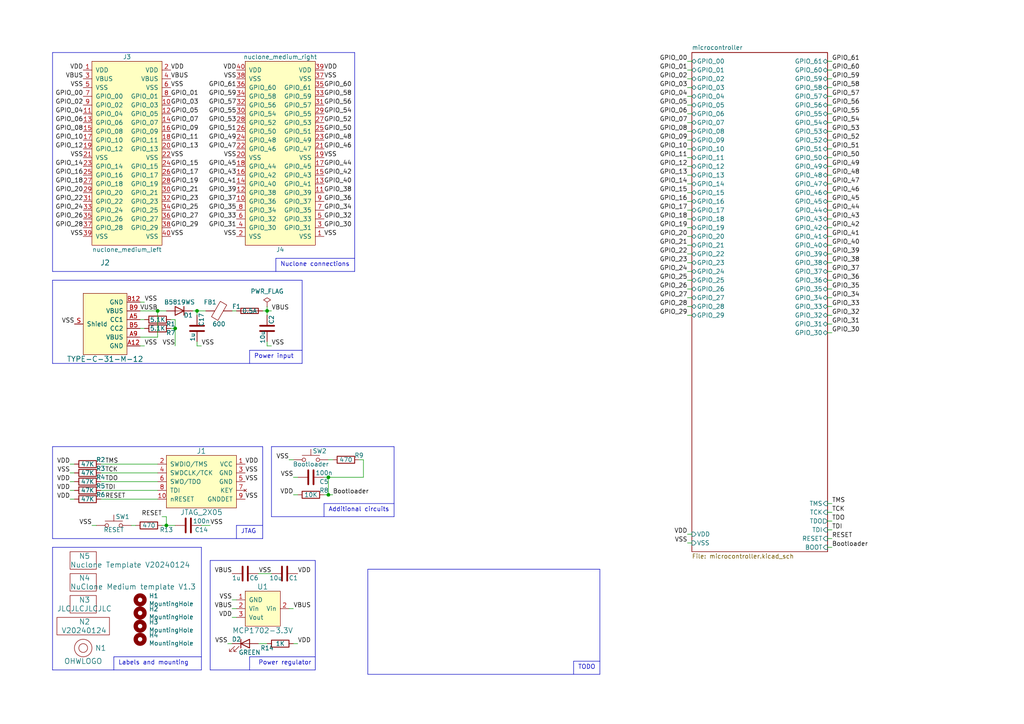
<source format=kicad_sch>
(kicad_sch (version 20230121) (generator eeschema)
  (paper "A4")
  (lib_symbols
    (symbol "Device:C" (pin_numbers hide) (pin_names (offset 0.254))
      (property "Reference" "C" (at 0.635 2.54 0))
      (property "Value" "C" (at 0.635 -2.54 0))
      (symbol "C_0_1"
        (polyline (pts (xy -2.032 -0.762) (xy 2.032 -0.762)) (stroke (width 0.508)))
        (polyline (pts (xy -2.032 0.762) (xy 2.032 0.762)) (stroke (width 0.508)))
      )
      (symbol "C_1_1"
        (pin passive line (at 0 3.81 270) (length 2.794) (name "~") (number "1"))
        (pin passive line (at 0 -3.81 90) (length 2.794) (name "~") (number "2"))
      )
    )
    (symbol "Device:D" (pin_numbers hide) (pin_names (offset 1.016) hide)
      (property "Reference" "D" (at 0 2.54 0))
      (property "Value" "D" (at 0 -2.54 0))
      (symbol "D_0_1"
        (polyline (pts (xy -1.27 1.27) (xy -1.27 -1.27)) (stroke (width 0.254)))
        (polyline (pts (xy 1.27 0) (xy -1.27 0)))
        (polyline (pts (xy 1.27 1.27) (xy 1.27 -1.27) (xy -1.27 0) (xy 1.27 1.27)) (stroke (width 0.254)))
      )
      (symbol "D_1_1"
        (pin passive line (at -3.81 0 0) (length 2.54) (name "K") (number "1"))
        (pin passive line (at 3.81 0 180) (length 2.54) (name "A") (number "2"))
      )
    )
    (symbol "Device:FerriteBead" (pin_numbers hide) (pin_names (offset 0))
      (property "Reference" "FB" (at -3.81 0.635 90))
      (property "Value" "FerriteBead" (at 3.81 0 90))
      (symbol "FerriteBead_0_1"
        (polyline (pts (xy 0 -1.27) (xy 0 -1.2192)))
        (polyline (pts (xy 0 1.27) (xy 0 1.2954)))
        (polyline (pts (xy -2.7686 0.4064) (xy -1.7018 2.2606) (xy 2.7686 -0.3048) (xy 1.6764 -2.159) (xy -2.7686 0.4064)))
      )
      (symbol "FerriteBead_1_1"
        (pin passive line (at 0 3.81 270) (length 2.54) (name "~") (number "1"))
        (pin passive line (at 0 -3.81 90) (length 2.54) (name "~") (number "2"))
      )
    )
    (symbol "Device:Fuse" (pin_numbers hide) (pin_names (offset 0))
      (property "Reference" "F" (at 2.032 0 90))
      (property "Value" "Fuse" (at -1.905 0 90))
      (symbol "Fuse_0_1"
        (rectangle (start -0.762 -2.54) (end 0.762 2.54) (stroke (width 0.254)))
        (polyline (pts (xy 0 2.54) (xy 0 -2.54)))
      )
      (symbol "Fuse_1_1"
        (pin passive line (at 0 3.81 270) (length 1.27) (name "~") (number "1"))
        (pin passive line (at 0 -3.81 90) (length 1.27) (name "~") (number "2"))
      )
    )
    (symbol "Device:LED" (pin_numbers hide) (pin_names (offset 1.016) hide)
      (property "Reference" "D" (at 0 2.54 0))
      (property "Value" "LED" (at 0 -2.54 0))
      (symbol "LED_0_1"
        (polyline (pts (xy -1.27 -1.27) (xy -1.27 1.27)) (stroke (width 0.254)))
        (polyline (pts (xy -1.27 0) (xy 1.27 0)))
        (polyline (pts (xy 1.27 -1.27) (xy 1.27 1.27) (xy -1.27 0) (xy 1.27 -1.27)) (stroke (width 0.254)))
        (polyline (pts (xy -3.048 -0.762) (xy -4.572 -2.286) (xy -3.81 -2.286) (xy -4.572 -2.286) (xy -4.572 -1.524)))
        (polyline (pts (xy -1.778 -0.762) (xy -3.302 -2.286) (xy -2.54 -2.286) (xy -3.302 -2.286) (xy -3.302 -1.524)))
      )
      (symbol "LED_1_1"
        (pin passive line (at -3.81 0 0) (length 2.54) (name "K") (number "1"))
        (pin passive line (at 3.81 0 180) (length 2.54) (name "A") (number "2"))
      )
    )
    (symbol "Device:R" (pin_numbers hide) (pin_names (offset 0))
      (property "Reference" "R" (at 2.032 0 90))
      (property "Value" "R" (at 0 0 90))
      (symbol "R_0_1"
        (rectangle (start -1.016 -2.54) (end 1.016 2.54) (stroke (width 0.254)))
      )
      (symbol "R_1_1"
        (pin passive line (at 0 3.81 270) (length 1.27) (name "~") (number "1"))
        (pin passive line (at 0 -3.81 90) (length 1.27) (name "~") (number "2"))
      )
    )
    (symbol "Mechanical:MountingHole" (pin_names (offset 1.016))
      (property "Reference" "H" (at 0 5.08 0))
      (property "Value" "MountingHole" (at 0 3.175 0))
      (symbol "MountingHole_0_1"
        (circle (center 0 0) (radius 1.27) (stroke (width 1.27)))
      )
    )
    (symbol "SquantorConnectorsNamed:JTAG_2X05_IN" (pin_names (offset 1.016))
      (property "Reference" "J" (at 0 8.89 0))
      (property "Value" "JTAG_2X05_IN" (at 0 -8.89 0))
      (symbol "JTAG_2X05_IN_0_1"
        (rectangle (start -10.16 7.62) (end 10.16 -7.62) (fill (type background)))
      )
      (symbol "JTAG_2X05_IN_1_1"
        (pin power_in line (at 12.7 5.08 180) (length 2.54) (name "VCC") (number "1"))
        (pin open_collector line (at -12.7 -5.08 0) (length 2.54) (name "nRESET") (number "10"))
        (pin bidirectional line (at -12.7 5.08 0) (length 2.54) (name "SWDIO/TMS") (number "2"))
        (pin power_in line (at 12.7 2.54 180) (length 2.54) (name "GND") (number "3"))
        (pin output line (at -12.7 2.54 0) (length 2.54) (name "SWDCLK/TCK") (number "4"))
        (pin power_in line (at 12.7 0 180) (length 2.54) (name "GND") (number "5"))
        (pin output line (at -12.7 0 0) (length 2.54) (name "SWO/TDO") (number "6"))
        (pin no_connect line (at 12.7 -2.54 180) (length 2.54) (name "KEY") (number "7"))
        (pin input line (at -12.7 -2.54 0) (length 2.54) (name "TDI") (number "8"))
        (pin power_in line (at 12.7 -5.08 180) (length 2.54) (name "GNDDET") (number "9"))
      )
    )
    (symbol "SquantorConnectorsNamed:nuclone_medium_left" (pin_names (offset 1.016))
      (property "Reference" "J" (at 0 27.94 0))
      (property "Value" "nuclone_medium_left" (at 0 -27.94 0))
      (symbol "nuclone_medium_left_0_1"
        (rectangle (start -10.16 26.67) (end 10.16 -26.67) (fill (type background)))
      )
      (symbol "nuclone_medium_left_1_1"
        (pin power_in line (at -12.7 24.13 0) (length 2.54) (name "VDD") (number "1"))
        (pin bidirectional line (at 12.7 13.97 180) (length 2.54) (name "GPIO_03") (number "10"))
        (pin bidirectional line (at -12.7 11.43 0) (length 2.54) (name "GPIO_04") (number "11"))
        (pin bidirectional line (at 12.7 11.43 180) (length 2.54) (name "GPIO_05") (number "12"))
        (pin bidirectional line (at -12.7 8.89 0) (length 2.54) (name "GPIO_06") (number "13"))
        (pin bidirectional line (at 12.7 8.89 180) (length 2.54) (name "GPIO_07") (number "14"))
        (pin bidirectional line (at -12.7 6.35 0) (length 2.54) (name "GPIO_08") (number "15"))
        (pin bidirectional line (at 12.7 6.35 180) (length 2.54) (name "GPIO_09") (number "16"))
        (pin bidirectional line (at -12.7 3.81 0) (length 2.54) (name "GPIO_10") (number "17"))
        (pin bidirectional line (at 12.7 3.81 180) (length 2.54) (name "GPIO_11") (number "18"))
        (pin bidirectional line (at -12.7 1.27 0) (length 2.54) (name "GPIO_12") (number "19"))
        (pin power_in line (at 12.7 24.13 180) (length 2.54) (name "VDD") (number "2"))
        (pin bidirectional line (at 12.7 1.27 180) (length 2.54) (name "GPIO_13") (number "20"))
        (pin power_in line (at -12.7 -1.27 0) (length 2.54) (name "VSS") (number "21"))
        (pin power_in line (at 12.7 -1.27 180) (length 2.54) (name "VSS") (number "22"))
        (pin bidirectional line (at -12.7 -3.81 0) (length 2.54) (name "GPIO_14") (number "23"))
        (pin bidirectional line (at 12.7 -3.81 180) (length 2.54) (name "GPIO_15") (number "24"))
        (pin bidirectional line (at -12.7 -6.35 0) (length 2.54) (name "GPIO_16") (number "25"))
        (pin bidirectional line (at 12.7 -6.35 180) (length 2.54) (name "GPIO_17") (number "26"))
        (pin bidirectional line (at -12.7 -8.89 0) (length 2.54) (name "GPIO_18") (number "27"))
        (pin bidirectional line (at 12.7 -8.89 180) (length 2.54) (name "GPIO_19") (number "28"))
        (pin bidirectional line (at -12.7 -11.43 0) (length 2.54) (name "GPIO_20") (number "29"))
        (pin power_in line (at -12.7 21.59 0) (length 2.54) (name "VBUS") (number "3"))
        (pin bidirectional line (at 12.7 -11.43 180) (length 2.54) (name "GPIO_21") (number "30"))
        (pin bidirectional line (at -12.7 -13.97 0) (length 2.54) (name "GPIO_22") (number "31"))
        (pin bidirectional line (at 12.7 -13.97 180) (length 2.54) (name "GPIO_23") (number "32"))
        (pin bidirectional line (at -12.7 -16.51 0) (length 2.54) (name "GPIO_24") (number "33"))
        (pin bidirectional line (at 12.7 -16.51 180) (length 2.54) (name "GPIO_25") (number "34"))
        (pin bidirectional line (at -12.7 -19.05 0) (length 2.54) (name "GPIO_26") (number "35"))
        (pin bidirectional line (at 12.7 -19.05 180) (length 2.54) (name "GPIO_27") (number "36"))
        (pin bidirectional line (at -12.7 -21.59 0) (length 2.54) (name "GPIO_28") (number "37"))
        (pin bidirectional line (at 12.7 -21.59 180) (length 2.54) (name "GPIO_29") (number "38"))
        (pin power_in line (at -12.7 -24.13 0) (length 2.54) (name "VSS") (number "39"))
        (pin power_in line (at 12.7 21.59 180) (length 2.54) (name "VBUS") (number "4"))
        (pin power_in line (at 12.7 -24.13 180) (length 2.54) (name "VSS") (number "40"))
        (pin power_in line (at -12.7 19.05 0) (length 2.54) (name "VSS") (number "5"))
        (pin power_in line (at 12.7 19.05 180) (length 2.54) (name "VSS") (number "6"))
        (pin bidirectional line (at -12.7 16.51 0) (length 2.54) (name "GPIO_00") (number "7"))
        (pin bidirectional line (at 12.7 16.51 180) (length 2.54) (name "GPIO_01") (number "8"))
        (pin bidirectional line (at -12.7 13.97 0) (length 2.54) (name "GPIO_02") (number "9"))
      )
    )
    (symbol "SquantorConnectorsNamed:nuclone_medium_right" (pin_names (offset 1.016))
      (property "Reference" "J" (at 0 27.94 0))
      (property "Value" "nuclone_medium_right" (at 0 -27.94 0))
      (symbol "nuclone_medium_right_0_1"
        (rectangle (start 10.16 -26.67) (end -10.16 26.67) (fill (type background)))
      )
      (symbol "nuclone_medium_right_1_1"
        (pin power_in line (at 12.7 -24.13 180) (length 2.54) (name "VSS") (number "1"))
        (pin bidirectional line (at -12.7 -13.97 0) (length 2.54) (name "GPIO_36") (number "10"))
        (pin bidirectional line (at 12.7 -11.43 180) (length 2.54) (name "GPIO_39") (number "11"))
        (pin bidirectional line (at -12.7 -11.43 0) (length 2.54) (name "GPIO_38") (number "12"))
        (pin bidirectional line (at 12.7 -8.89 180) (length 2.54) (name "GPIO_41") (number "13"))
        (pin bidirectional line (at -12.7 -8.89 0) (length 2.54) (name "GPIO_40") (number "14"))
        (pin bidirectional line (at 12.7 -6.35 180) (length 2.54) (name "GPIO_43") (number "15"))
        (pin bidirectional line (at -12.7 -6.35 0) (length 2.54) (name "GPIO_42") (number "16"))
        (pin bidirectional line (at 12.7 -3.81 180) (length 2.54) (name "GPIO_45") (number "17"))
        (pin bidirectional line (at -12.7 -3.81 0) (length 2.54) (name "GPIO_44") (number "18"))
        (pin power_in line (at 12.7 -1.27 180) (length 2.54) (name "VSS") (number "19"))
        (pin power_in line (at -12.7 -24.13 0) (length 2.54) (name "VSS") (number "2"))
        (pin power_in line (at -12.7 -1.27 0) (length 2.54) (name "VSS") (number "20"))
        (pin bidirectional line (at 12.7 1.27 180) (length 2.54) (name "GPIO_47") (number "21"))
        (pin bidirectional line (at -12.7 1.27 0) (length 2.54) (name "GPIO_46") (number "22"))
        (pin bidirectional line (at 12.7 3.81 180) (length 2.54) (name "GPIO_49") (number "23"))
        (pin bidirectional line (at -12.7 3.81 0) (length 2.54) (name "GPIO_48") (number "24"))
        (pin bidirectional line (at 12.7 6.35 180) (length 2.54) (name "GPIO_51") (number "25"))
        (pin bidirectional line (at -12.7 6.35 0) (length 2.54) (name "GPIO_50") (number "26"))
        (pin bidirectional line (at 12.7 8.89 180) (length 2.54) (name "GPIO_53") (number "27"))
        (pin bidirectional line (at -12.7 8.89 0) (length 2.54) (name "GPIO_52") (number "28"))
        (pin bidirectional line (at 12.7 11.43 180) (length 2.54) (name "GPIO_55") (number "29"))
        (pin bidirectional line (at 12.7 -21.59 180) (length 2.54) (name "GPIO_31") (number "3"))
        (pin bidirectional line (at -12.7 11.43 0) (length 2.54) (name "GPIO_54") (number "30"))
        (pin bidirectional line (at 12.7 13.97 180) (length 2.54) (name "GPIO_57") (number "31"))
        (pin bidirectional line (at -12.7 13.97 0) (length 2.54) (name "GPIO_56") (number "32"))
        (pin bidirectional line (at 12.7 16.51 180) (length 2.54) (name "GPIO_59") (number "33"))
        (pin bidirectional line (at -12.7 16.51 0) (length 2.54) (name "GPIO_58") (number "34"))
        (pin bidirectional line (at 12.7 19.05 180) (length 2.54) (name "GPIO_61") (number "35"))
        (pin bidirectional line (at -12.7 19.05 0) (length 2.54) (name "GPIO_60") (number "36"))
        (pin power_in line (at 12.7 21.59 180) (length 2.54) (name "VSS") (number "37"))
        (pin power_in line (at -12.7 21.59 0) (length 2.54) (name "VSS") (number "38"))
        (pin power_in line (at 12.7 24.13 180) (length 2.54) (name "VDD") (number "39"))
        (pin bidirectional line (at -12.7 -21.59 0) (length 2.54) (name "GPIO_30") (number "4"))
        (pin power_in line (at -12.7 24.13 0) (length 2.54) (name "VDD") (number "40"))
        (pin bidirectional line (at 12.7 -19.05 180) (length 2.54) (name "GPIO_33") (number "5"))
        (pin bidirectional line (at -12.7 -19.05 0) (length 2.54) (name "GPIO_32") (number "6"))
        (pin bidirectional line (at 12.7 -16.51 180) (length 2.54) (name "GPIO_35") (number "7"))
        (pin bidirectional line (at -12.7 -16.51 0) (length 2.54) (name "GPIO_34") (number "8"))
        (pin bidirectional line (at 12.7 -13.97 180) (length 2.54) (name "GPIO_37") (number "9"))
      )
    )
    (symbol "SquantorLabels:Label" (pin_names (offset 1.016))
      (property "Reference" "N" (at 0 1.27 0))
      (property "Value" "Label" (at 0 -1.27 0))
      (symbol "Label_0_1"
        (rectangle (start -3.81 2.54) (end 3.81 -2.54))
      )
    )
    (symbol "SquantorLabels:OHWLOGO" (pin_names (offset 1.016))
      (property "Reference" "N" (at 0 3.81 0))
      (property "Value" "OHWLOGO" (at 0 -3.81 0))
      (symbol "OHWLOGO_0_1"
        (circle (center 0 0) (radius 1.27))
        (circle (center 0 0) (radius 2.54))
      )
    )
    (symbol "SquantorLabels:VYYYYMMDD" (pin_names (offset 1.016))
      (property "Reference" "N" (at 0 2.54 0))
      (property "Value" "VYYYYMMDD" (at 0 0 0))
      (symbol "VYYYYMMDD_0_1"
        (rectangle (start 7.62 -1.27) (end -7.62 3.81))
      )
    )
    (symbol "SquantorMicrochip:MCP1702-MB" (pin_names (offset 1.016))
      (property "Reference" "U" (at 0 6.35 0))
      (property "Value" "MCP1702-MB" (at 0 -6.35 0))
      (symbol "MCP1702-MB_0_1"
        (rectangle (start -5.08 5.08) (end 5.08 -5.08) (fill (type background)))
      )
      (symbol "MCP1702-MB_1_1"
        (pin power_in line (at -7.62 2.54 0) (length 2.54) (name "GND") (number "1"))
        (pin power_in line (at -7.62 0 0) (length 2.54) (name "Vin") (number "2"))
        (pin power_in line (at 7.62 0 180) (length 2.54) (name "Vin") (number "2"))
        (pin power_out line (at -7.62 -2.54 0) (length 2.54) (name "Vout") (number "3"))
      )
    )
    (symbol "SquantorUsb:USB-C_PD" (pin_names (offset 1.016))
      (property "Reference" "J" (at 0 10.16 0))
      (property "Value" "USB-C_PD" (at 0 -10.16 0))
      (symbol "USB-C_PD_0_1"
        (rectangle (start 6.35 8.89) (end -6.35 -8.89) (fill (type background)))
      )
      (symbol "USB-C_PD_1_1"
        (pin passive line (at 10.16 -6.35 180) (length 3.81) (name "GND") (number "A12"))
        (pin bidirectional line (at 10.16 1.27 180) (length 3.81) (name "CC1") (number "A5"))
        (pin passive line (at 10.16 -3.81 180) (length 3.81) (name "VBUS") (number "A9"))
        (pin power_out line (at 10.16 6.35 180) (length 3.81) (name "GND") (number "B12"))
        (pin bidirectional line (at 10.16 -1.27 180) (length 3.81) (name "CC2") (number "B5"))
        (pin power_out line (at 10.16 3.81 180) (length 3.81) (name "VBUS") (number "B9"))
        (pin passive line (at -8.89 0 0) (length 2.54) (name "Shield") (number "S"))
      )
    )
    (symbol "Switch:SW_Push" (pin_numbers hide) (pin_names (offset 1.016) hide)
      (property "Reference" "SW" (at 1.27 2.54 0))
      (property "Value" "SW_Push" (at 0 -1.524 0))
      (symbol "SW_Push_0_1"
        (circle (center -2.032 0) (radius 0.508))
        (polyline (pts (xy 0 1.27) (xy 0 3.048)))
        (polyline (pts (xy 2.54 1.27) (xy -2.54 1.27)))
        (circle (center 2.032 0) (radius 0.508))
        (pin passive line (at -5.08 0 0) (length 2.54) (name "1") (number "1"))
        (pin passive line (at 5.08 0 180) (length 2.54) (name "2") (number "2"))
      )
    )
    (symbol "power:PWR_FLAG" (power) (pin_numbers hide) (pin_names (offset 0) hide)
      (property "Value" "PWR_FLAG" (at 0 3.81 0))
      (symbol "PWR_FLAG_0_0"
        (pin power_out line (at 0 0 90) (length 0) (name "pwr") (number "1"))
      )
      (symbol "PWR_FLAG_0_1"
        (polyline (pts (xy 0 0) (xy 0 1.27) (xy -1.016 1.905) (xy 0 2.54) (xy 1.016 1.905) (xy 0 1.27)))
      )
    )
  )
  (junction (at 77.47 90.17))
  (junction (at 48.26 152.4))
  (junction (at 45.72 90.17))
  (junction (at 57.15 90.17))
  (junction (at 95.25 138.43))
  (junction (at 95.25 143.51))
  (junction (at 50.8 95.25))
  (wire (pts (xy 83.82 133.35) (xy 85.09 133.35)))
  (wire (pts (xy 77.47 100.33) (xy 78.74 100.33)))
  (wire (pts (xy 50.8 95.25) (xy 50.8 100.33)))
  (wire (pts (xy 199.39 33.02) (xy 200.66 33.02)))
  (wire (pts (xy 200.66 40.64) (xy 199.39 40.64)))
  (wire (pts (xy 199.39 43.18) (xy 200.66 43.18)))
  (wire (pts (xy 240.03 78.74) (xy 241.3 78.74)))
  (wire (pts (xy 240.03 25.4) (xy 241.3 25.4)))
  (polyline (pts (xy 72.39 101.6) (xy 72.39 105.41)))
  (wire (pts (xy 58.42 100.33) (xy 57.15 100.33)))
  (wire (pts (xy 240.03 35.56) (xy 241.3 35.56)))
  (wire (pts (xy 38.1 152.4) (xy 39.37 152.4)))
  (wire (pts (xy 85.09 176.53) (xy 83.82 176.53)))
  (wire (pts (xy 199.39 22.86) (xy 200.66 22.86)))
  (wire (pts (xy 21.59 142.24) (xy 20.32 142.24)))
  (wire (pts (xy 200.66 71.12) (xy 199.39 71.12)))
  (wire (pts (xy 200.66 86.36) (xy 199.39 86.36)))
  (polyline (pts (xy 15.24 15.24) (xy 15.24 78.74)))
  (wire (pts (xy 95.25 143.51) (xy 96.52 143.51)))
  (polyline (pts (xy 102.87 78.74) (xy 102.87 15.24)))
  (wire (pts (xy 40.64 97.79) (xy 45.72 97.79)))
  (wire (pts (xy 241.3 38.1) (xy 240.03 38.1)))
  (wire (pts (xy 67.31 173.99) (xy 68.58 173.99)))
  (wire (pts (xy 199.39 78.74) (xy 200.66 78.74)))
  (wire (pts (xy 199.39 154.94) (xy 200.66 154.94)))
  (polyline (pts (xy 87.63 81.28) (xy 15.24 81.28)))
  (wire (pts (xy 199.39 58.42) (xy 200.66 58.42)))
  (wire (pts (xy 199.39 73.66) (xy 200.66 73.66)))
  (wire (pts (xy 240.03 66.04) (xy 241.3 66.04)))
  (wire (pts (xy 240.03 40.64) (xy 241.3 40.64)))
  (polyline (pts (xy 15.24 158.75) (xy 15.24 194.31)))
  (wire (pts (xy 29.21 144.78) (xy 45.72 144.78)))
  (wire (pts (xy 200.66 35.56) (xy 199.39 35.56)))
  (wire (pts (xy 241.3 58.42) (xy 240.03 58.42)))
  (wire (pts (xy 200.66 60.96) (xy 199.39 60.96)))
  (wire (pts (xy 93.98 143.51) (xy 95.25 143.51)))
  (wire (pts (xy 85.09 138.43) (xy 86.36 138.43)))
  (wire (pts (xy 20.32 134.62) (xy 21.59 134.62)))
  (wire (pts (xy 95.25 133.35) (xy 96.52 133.35)))
  (wire (pts (xy 40.64 95.25) (xy 41.91 95.25)))
  (polyline (pts (xy 93.98 146.05) (xy 93.98 149.86)))
  (polyline (pts (xy 33.02 190.5) (xy 33.02 194.31)))
  (wire (pts (xy 67.31 179.07) (xy 68.58 179.07)))
  (wire (pts (xy 48.26 149.86) (xy 48.26 152.4)))
  (wire (pts (xy 86.36 186.69) (xy 85.09 186.69)))
  (wire (pts (xy 55.88 90.17) (xy 57.15 90.17)))
  (wire (pts (xy 199.39 68.58) (xy 200.66 68.58)))
  (wire (pts (xy 29.21 134.62) (xy 45.72 134.62)))
  (wire (pts (xy 40.64 90.17) (xy 45.72 90.17)))
  (polyline (pts (xy 114.3 146.05) (xy 93.98 146.05)))
  (wire (pts (xy 241.3 43.18) (xy 240.03 43.18)))
  (wire (pts (xy 200.66 45.72) (xy 199.39 45.72)))
  (wire (pts (xy 241.3 27.94) (xy 240.03 27.94)))
  (wire (pts (xy 200.66 157.48) (xy 199.39 157.48)))
  (wire (pts (xy 241.3 81.28) (xy 240.03 81.28)))
  (wire (pts (xy 200.66 91.44) (xy 199.39 91.44)))
  (wire (pts (xy 200.66 20.32) (xy 199.39 20.32)))
  (wire (pts (xy 241.3 96.52) (xy 240.03 96.52)))
  (polyline (pts (xy 80.01 74.93) (xy 80.01 78.74)))
  (wire (pts (xy 77.47 90.17) (xy 77.47 88.9)))
  (wire (pts (xy 240.03 30.48) (xy 241.3 30.48)))
  (wire (pts (xy 77.47 186.69) (xy 74.93 186.69)))
  (wire (pts (xy 29.21 137.16) (xy 45.72 137.16)))
  (wire (pts (xy 199.39 83.82) (xy 200.66 83.82)))
  (wire (pts (xy 46.99 149.86) (xy 48.26 149.86)))
  (wire (pts (xy 240.03 158.75) (xy 241.3 158.75)))
  (wire (pts (xy 241.3 86.36) (xy 240.03 86.36)))
  (wire (pts (xy 50.8 92.71) (xy 50.8 95.25)))
  (wire (pts (xy 21.59 137.16) (xy 20.32 137.16)))
  (wire (pts (xy 199.39 53.34) (xy 200.66 53.34)))
  (wire (pts (xy 200.66 50.8) (xy 199.39 50.8)))
  (wire (pts (xy 77.47 91.44) (xy 77.47 90.17)))
  (wire (pts (xy 57.15 100.33) (xy 57.15 99.06)))
  (polyline (pts (xy 91.44 194.31) (xy 91.44 162.56)))
  (wire (pts (xy 41.91 100.33) (xy 40.64 100.33)))
  (wire (pts (xy 200.66 66.04) (xy 199.39 66.04)))
  (polyline (pts (xy 91.44 162.56) (xy 60.96 162.56)))
  (wire (pts (xy 78.74 90.17) (xy 77.47 90.17)))
  (polyline (pts (xy 15.24 78.74) (xy 102.87 78.74)))
  (wire (pts (xy 29.21 139.7) (xy 45.72 139.7)))
  (wire (pts (xy 77.47 90.17) (xy 76.2 90.17)))
  (polyline (pts (xy 91.44 190.5) (xy 72.39 190.5)))
  (wire (pts (xy 67.31 186.69) (xy 66.04 186.69)))
  (wire (pts (xy 57.15 90.17) (xy 59.69 90.17)))
  (polyline (pts (xy 58.42 158.75) (xy 15.24 158.75)))
  (wire (pts (xy 241.3 33.02) (xy 240.03 33.02)))
  (wire (pts (xy 241.3 68.58) (xy 240.03 68.58)))
  (polyline (pts (xy 76.2 152.4) (xy 68.58 152.4)))
  (wire (pts (xy 241.3 91.44) (xy 240.03 91.44)))
  (wire (pts (xy 45.72 90.17) (xy 48.26 90.17)))
  (wire (pts (xy 241.3 53.34) (xy 240.03 53.34)))
  (polyline (pts (xy 76.2 129.54) (xy 15.24 129.54)))
  (wire (pts (xy 57.15 91.44) (xy 57.15 90.17)))
  (wire (pts (xy 240.03 83.82) (xy 241.3 83.82)))
  (wire (pts (xy 241.3 63.5) (xy 240.03 63.5)))
  (polyline (pts (xy 87.63 101.6) (xy 72.39 101.6)))
  (wire (pts (xy 49.53 92.71) (xy 50.8 92.71)))
  (wire (pts (xy 240.03 60.96) (xy 241.3 60.96)))
  (wire (pts (xy 241.3 22.86) (xy 240.03 22.86)))
  (wire (pts (xy 240.03 76.2) (xy 241.3 76.2)))
  (wire (pts (xy 240.03 151.13) (xy 241.3 151.13)))
  (wire (pts (xy 200.66 25.4) (xy 199.39 25.4)))
  (polyline (pts (xy 102.87 74.93) (xy 80.01 74.93)))
  (polyline (pts (xy 15.24 105.41) (xy 87.63 105.41)))
  (wire (pts (xy 85.09 143.51) (xy 86.36 143.51)))
  (wire (pts (xy 199.39 48.26) (xy 200.66 48.26)))
  (polyline (pts (xy 72.39 190.5) (xy 72.39 194.31)))
  (polyline (pts (xy 15.24 129.54) (xy 15.24 156.21)))
  (polyline (pts (xy 68.58 152.4) (xy 68.58 156.21)))
  (polyline (pts (xy 102.87 15.24) (xy 15.24 15.24)))
  (wire (pts (xy 200.66 55.88) (xy 199.39 55.88)))
  (wire (pts (xy 67.31 90.17) (xy 68.58 90.17)))
  (wire (pts (xy 240.03 153.67) (xy 241.3 153.67)))
  (wire (pts (xy 29.21 142.24) (xy 45.72 142.24)))
  (polyline (pts (xy 114.3 149.86) (xy 114.3 129.54)))
  (polyline (pts (xy 166.37 195.58) (xy 166.37 191.77)))
  (polyline (pts (xy 106.68 165.1) (xy 173.99 165.1)))
  (wire (pts (xy 20.32 139.7) (xy 21.59 139.7)))
  (wire (pts (xy 105.41 133.35) (xy 105.41 138.43)))
  (wire (pts (xy 240.03 55.88) (xy 241.3 55.88)))
  (wire (pts (xy 199.39 17.78) (xy 200.66 17.78)))
  (wire (pts (xy 60.96 152.4) (xy 58.42 152.4)))
  (wire (pts (xy 68.58 176.53) (xy 67.31 176.53)))
  (polyline (pts (xy 78.74 129.54) (xy 78.74 149.86)))
  (wire (pts (xy 200.66 30.48) (xy 199.39 30.48)))
  (wire (pts (xy 240.03 88.9) (xy 241.3 88.9)))
  (wire (pts (xy 199.39 88.9) (xy 200.66 88.9)))
  (polyline (pts (xy 15.24 81.28) (xy 15.24 105.41)))
  (wire (pts (xy 200.66 81.28) (xy 199.39 81.28)))
  (wire (pts (xy 41.91 87.63) (xy 40.64 87.63)))
  (polyline (pts (xy 173.99 195.58) (xy 106.68 195.58)))
  (wire (pts (xy 200.66 76.2) (xy 199.39 76.2)))
  (wire (pts (xy 240.03 50.8) (xy 241.3 50.8)))
  (polyline (pts (xy 58.42 194.31) (xy 58.42 158.75)))
  (wire (pts (xy 74.93 166.37) (xy 78.74 166.37)))
  (polyline (pts (xy 106.68 195.58) (xy 106.68 165.1)))
  (wire (pts (xy 26.67 152.4) (xy 27.94 152.4)))
  (wire (pts (xy 45.72 97.79) (xy 45.72 90.17)))
  (wire (pts (xy 240.03 156.21) (xy 241.3 156.21)))
  (wire (pts (xy 50.8 95.25) (xy 49.53 95.25)))
  (wire (pts (xy 240.03 20.32) (xy 241.3 20.32)))
  (wire (pts (xy 104.14 133.35) (xy 105.41 133.35)))
  (wire (pts (xy 105.41 138.43) (xy 95.25 138.43)))
  (wire (pts (xy 240.03 146.05) (xy 241.3 146.05)))
  (polyline (pts (xy 58.42 190.5) (xy 33.02 190.5)))
  (wire (pts (xy 240.03 71.12) (xy 241.3 71.12)))
  (polyline (pts (xy 78.74 149.86) (xy 114.3 149.86)))
  (wire (pts (xy 240.03 45.72) (xy 241.3 45.72)))
  (polyline (pts (xy 15.24 156.21) (xy 76.2 156.21)))
  (polyline (pts (xy 60.96 194.31) (xy 91.44 194.31)))
  (wire (pts (xy 95.25 143.51) (xy 95.25 138.43)))
  (wire (pts (xy 48.26 152.4) (xy 50.8 152.4)))
  (wire (pts (xy 20.32 144.78) (xy 21.59 144.78)))
  (wire (pts (xy 41.91 92.71) (xy 40.64 92.71)))
  (wire (pts (xy 199.39 38.1) (xy 200.66 38.1)))
  (polyline (pts (xy 114.3 129.54) (xy 78.74 129.54)))
  (wire (pts (xy 241.3 17.78) (xy 240.03 17.78)))
  (wire (pts (xy 240.03 148.59) (xy 241.3 148.59)))
  (polyline (pts (xy 76.2 156.21) (xy 76.2 129.54)))
  (wire (pts (xy 240.03 93.98) (xy 241.3 93.98)))
  (wire (pts (xy 241.3 48.26) (xy 240.03 48.26)))
  (wire (pts (xy 46.99 152.4) (xy 48.26 152.4)))
  (wire (pts (xy 199.39 63.5) (xy 200.66 63.5)))
  (wire (pts (xy 241.3 73.66) (xy 240.03 73.66)))
  (wire (pts (xy 95.25 138.43) (xy 93.98 138.43)))
  (wire (pts (xy 199.39 27.94) (xy 200.66 27.94)))
  (wire (pts (xy 77.47 99.06) (xy 77.47 100.33)))
  (polyline (pts (xy 87.63 81.28) (xy 87.63 105.41)))
  (polyline (pts (xy 15.24 194.31) (xy 58.42 194.31)))
  (polyline (pts (xy 173.99 165.1) (xy 173.99 195.58)))
  (polyline (pts (xy 60.96 162.56) (xy 60.96 194.31)))
  (polyline (pts (xy 166.37 191.77) (xy 173.99 191.77)))
  (text "Labels and mounting" (at 34.29 193.04 0) (effects (font (size 1.27 1.27)) (justify left bottom)))
  (text "Power input" (at 73.66 104.14 0) (effects (font (size 1.27 1.27)) (justify left bottom)))
  (text "TODO" (at 167.64 194.31 0) (effects (font (size 1.27 1.27)) (justify left bottom)))
  (text "Power regulator" (at 74.93 193.04 0) (effects (font (size 1.27 1.27)) (justify left bottom)))
  (text "Additional circuits" (at 95.25 148.59 0) (effects (font (size 1.27 1.27)) (justify left bottom)))
  (text "Nuclone connections" (at 81.28 77.47 0) (effects (font (size 1.27 1.27)) (justify left bottom)))
  (text "JTAG" (at 69.85 154.94 0) (effects (font (size 1.27 1.27)) (justify left bottom)))
  (label "GPIO_07" (at 199.39 35.56 180))
  (label "VSS" (at 66.04 186.69 180))
  (label "GPIO_02" (at 199.39 22.86 180))
  (label "VDD" (at 71.12 134.62 0))
  (label "GPIO_54" (at 241.3 35.56 0))
  (label "VDD" (at 24.13 20.32 180))
  (label "GPIO_30" (at 93.98 66.04 0))
  (label "GPIO_29" (at 199.39 91.44 180))
  (label "VSS" (at 58.42 100.33 0))
  (label "VSS" (at 199.39 157.48 180))
  (label "GPIO_14" (at 199.39 53.34 180))
  (label "GPIO_17" (at 199.39 60.96 180))
  (label "GPIO_00" (at 24.13 27.94 180))
  (label "GPIO_20" (at 199.39 68.58 180))
  (label "GPIO_08" (at 24.13 38.1 180))
  (label "GPIO_19" (at 49.53 53.34 0))
  (label "GPIO_03" (at 49.53 30.48 0))
  (label "GPIO_18" (at 24.13 53.34 180))
  (label "GPIO_48" (at 93.98 40.64 0))
  (label "GPIO_38" (at 93.98 55.88 0))
  (label "GPIO_12" (at 24.13 43.18 180))
  (label "GPIO_59" (at 241.3 22.86 0))
  (label "GPIO_56" (at 241.3 30.48 0))
  (label "VDD" (at 20.32 139.7 180))
  (label "GPIO_48" (at 241.3 50.8 0))
  (label "GPIO_35" (at 241.3 83.82 0))
  (label "GPIO_45" (at 68.58 48.26 180))
  (label "GPIO_27" (at 49.53 63.5 0))
  (label "GPIO_39" (at 241.3 73.66 0))
  (label "VBUS" (at 49.53 22.86 0))
  (label "GPIO_44" (at 241.3 60.96 0))
  (label "GPIO_10" (at 24.13 40.64 180))
  (label "TDO" (at 30.48 139.7 0))
  (label "GPIO_19" (at 199.39 66.04 180))
  (label "GPIO_26" (at 199.39 83.82 180))
  (label "GPIO_36" (at 241.3 81.28 0))
  (label "GPIO_60" (at 241.3 20.32 0))
  (label "GPIO_43" (at 241.3 63.5 0))
  (label "GPIO_14" (at 24.13 48.26 180))
  (label "GPIO_30" (at 241.3 96.52 0))
  (label "VSS" (at 60.96 152.4 0))
  (label "GPIO_34" (at 241.3 86.36 0))
  (label "GPIO_25" (at 199.39 81.28 180))
  (label "GPIO_13" (at 49.53 43.18 0))
  (label "GPIO_55" (at 241.3 33.02 0))
  (label "VDD" (at 86.36 186.69 0))
  (label "VSS" (at 68.58 68.58 180))
  (label "VSS" (at 49.53 45.72 0))
  (label "RESET" (at 46.99 149.86 180))
  (label "VSS" (at 71.12 137.16 0))
  (label "GPIO_18" (at 199.39 63.5 180))
  (label "VSS" (at 24.13 68.58 180))
  (label "GPIO_15" (at 49.53 48.26 0))
  (label "Bootloader" (at 241.3 158.75 0))
  (label "GPIO_20" (at 24.13 55.88 180))
  (label "GPIO_32" (at 241.3 91.44 0))
  (label "GPIO_02" (at 24.13 30.48 180))
  (label "GPIO_21" (at 199.39 71.12 180))
  (label "VBUS" (at 67.31 166.37 180))
  (label "TDI" (at 241.3 153.67 0))
  (label "GPIO_11" (at 49.53 40.64 0))
  (label "VDD" (at 68.58 20.32 180))
  (label "GPIO_33" (at 68.58 63.5 180))
  (label "VSS" (at 41.91 100.33 0))
  (label "GPIO_06" (at 24.13 35.56 180))
  (label "VDD" (at 199.39 154.94 180))
  (label "VSS" (at 68.58 22.86 180))
  (label "GPIO_04" (at 24.13 33.02 180))
  (label "GPIO_51" (at 241.3 43.18 0))
  (label "GPIO_50" (at 93.98 38.1 0))
  (label "GPIO_49" (at 68.58 40.64 180))
  (label "GPIO_57" (at 68.58 30.48 180))
  (label "GPIO_08" (at 199.39 38.1 180))
  (label "GPIO_45" (at 241.3 58.42 0))
  (label "GPIO_23" (at 199.39 76.2 180))
  (label "VDD" (at 20.32 144.78 180))
  (label "GPIO_24" (at 199.39 78.74 180))
  (label "TDI" (at 30.48 142.24 0))
  (label "GPIO_13" (at 199.39 50.8 180))
  (label "GPIO_32" (at 93.98 63.5 0))
  (label "TCK" (at 241.3 148.59 0))
  (label "VSS" (at 24.13 25.4 180))
  (label "VSS" (at 20.32 137.16 180))
  (label "GPIO_47" (at 241.3 53.34 0))
  (label "VSS" (at 83.82 133.35 180))
  (label "GPIO_41" (at 68.58 53.34 180))
  (label "VSS" (at 21.59 93.98 180))
  (label "GPIO_28" (at 199.39 88.9 180))
  (label "GPIO_39" (at 68.58 55.88 180))
  (label "GPIO_37" (at 68.58 58.42 180))
  (label "GPIO_52" (at 241.3 40.64 0))
  (label "GPIO_00" (at 199.39 17.78 180))
  (label "GPIO_05" (at 199.39 30.48 180))
  (label "GPIO_41" (at 241.3 68.58 0))
  (label "VSS" (at 78.74 166.37 180))
  (label "GPIO_11" (at 199.39 45.72 180))
  (label "GPIO_52" (at 93.98 35.56 0))
  (label "GPIO_43" (at 68.58 50.8 180))
  (label "GPIO_09" (at 199.39 40.64 180))
  (label "TMS" (at 241.3 146.05 0))
  (label "VSS" (at 85.09 138.43 180))
  (label "GPIO_50" (at 241.3 45.72 0))
  (label "GPIO_61" (at 241.3 17.78 0))
  (label "GPIO_15" (at 199.39 55.88 180))
  (label "VSS" (at 71.12 144.78 0))
  (label "VDD" (at 20.32 134.62 180))
  (label "GPIO_10" (at 199.39 43.18 180))
  (label "VBUS" (at 67.31 176.53 180))
  (label "Bootloader" (at 96.52 143.51 0))
  (label "GPIO_60" (at 93.98 25.4 0))
  (label "VSS" (at 49.53 25.4 0))
  (label "GPIO_42" (at 93.98 50.8 0))
  (label "GPIO_34" (at 93.98 60.96 0))
  (label "VBUS" (at 85.09 176.53 0))
  (label "GPIO_49" (at 241.3 48.26 0))
  (label "GPIO_01" (at 199.39 20.32 180))
  (label "TDO" (at 241.3 151.13 0))
  (label "VBUS" (at 78.74 90.17 0))
  (label "VSS" (at 93.98 45.72 0))
  (label "GPIO_28" (at 24.13 66.04 180))
  (label "GPIO_09" (at 49.53 38.1 0))
  (label "VDD" (at 49.53 20.32 0))
  (label "GPIO_57" (at 241.3 27.94 0))
  (label "GPIO_16" (at 24.13 50.8 180))
  (label "GPIO_12" (at 199.39 48.26 180))
  (label "GPIO_44" (at 93.98 48.26 0))
  (label "GPIO_17" (at 49.53 50.8 0))
  (label "GPIO_26" (at 24.13 63.5 180))
  (label "VUSB" (at 45.72 90.17 180))
  (label "VSS" (at 93.98 68.58 0))
  (label "GPIO_37" (at 241.3 78.74 0))
  (label "GPIO_46" (at 93.98 43.18 0))
  (label "GPIO_31" (at 241.3 93.98 0))
  (label "GPIO_56" (at 93.98 30.48 0))
  (label "VSS" (at 49.53 68.58 0))
  (label "VSS" (at 78.74 100.33 0))
  (label "GPIO_46" (at 241.3 55.88 0))
  (label "VDD" (at 86.36 166.37 0))
  (label "GPIO_22" (at 24.13 58.42 180))
  (label "GPIO_05" (at 49.53 33.02 0))
  (label "GPIO_33" (at 241.3 88.9 0))
  (label "GPIO_22" (at 199.39 73.66 180))
  (label "VSS" (at 67.31 173.99 180))
  (label "TCK" (at 30.48 137.16 0))
  (label "GPIO_40" (at 241.3 71.12 0))
  (label "TMS" (at 30.48 134.62 0))
  (label "GPIO_36" (at 93.98 58.42 0))
  (label "GPIO_29" (at 49.53 66.04 0))
  (label "VDD" (at 93.98 20.32 0))
  (label "VSS" (at 24.13 45.72 180))
  (label "GPIO_24" (at 24.13 60.96 180))
  (label "GPIO_16" (at 199.39 58.42 180))
  (label "VDD" (at 85.09 143.51 180))
  (label "GPIO_47" (at 68.58 43.18 180))
  (label "GPIO_01" (at 49.53 27.94 0))
  (label "GPIO_25" (at 49.53 60.96 0))
  (label "GPIO_03" (at 199.39 25.4 180))
  (label "VBUS" (at 24.13 22.86 180))
  (label "VSS" (at 41.91 87.63 0))
  (label "RESET" (at 30.48 144.78 0))
  (label "GPIO_31" (at 68.58 66.04 180))
  (label "GPIO_53" (at 68.58 35.56 180))
  (label "VDD" (at 20.32 142.24 180))
  (label "VSS" (at 93.98 22.86 0))
  (label "GPIO_23" (at 49.53 58.42 0))
  (label "GPIO_51" (at 68.58 38.1 180))
  (label "GPIO_07" (at 49.53 35.56 0))
  (label "GPIO_40" (at 93.98 53.34 0))
  (label "GPIO_06" (at 199.39 33.02 180))
  (label "GPIO_54" (at 93.98 33.02 0))
  (label "GPIO_27" (at 199.39 86.36 180))
  (label "VSS" (at 26.67 152.4 180))
  (label "GPIO_04" (at 199.39 27.94 180))
  (label "GPIO_58" (at 93.98 27.94 0))
  (label "VSS" (at 71.12 139.7 0))
  (label "GPIO_42" (at 241.3 66.04 0))
  (label "VDD" (at 67.31 179.07 180))
  (label "GPIO_35" (at 68.58 60.96 180))
  (label "VSS" (at 68.58 45.72 180))
  (label "VSS" (at 50.8 100.33 180))
  (label "RESET" (at 241.3 156.21 0))
  (label "GPIO_61" (at 68.58 25.4 180))
  (label "GPIO_58" (at 241.3 25.4 0))
  (label "GPIO_55" (at 68.58 33.02 180))
  (label "GPIO_38" (at 241.3 76.2 0))
  (label "GPIO_59" (at 68.58 27.94 180))
  (label "GPIO_21" (at 49.53 55.88 0))
  (label "GPIO_53" (at 241.3 38.1 0))
  (symbol (lib_id "SquantorLabels:OHWLOGO") (at 24.13 187.96 0) (unit 1)
    (property "Reference" "N1" (at 29.21 187.96 0) (effects (font (size 1.524 1.524))))
    (property "Value" "OHWLOGO" (at 24.13 191.77 0) (effects (font (size 1.524 1.524))))
    (property "Footprint" "Symbol:OSHW-Symbol_6.7x6mm_SilkScreen" (effects hide))
  )
  (symbol (lib_id "SquantorConnectorsNamed:JTAG_2X05_IN") (at 58.42 139.7 0) (unit 1)
    (property "Reference" "J1" (at 58.42 130.81 0) (effects (font (size 1.524 1.524))))
    (property "Value" "JTAG_2X05" (at 58.42 148.59 0) (effects (font (size 1.524 1.524))))
    (property "Footprint" "SquantorConnectors:Header-0127-2X05-H006" (effects hide))
  )
  (symbol (lib_id "Device:FerriteBead") (at 63.5 90.17 270) (unit 1)
    (property "Reference" "FB1" (at 60.96 87.63 90))
    (property "Value" "600" (at 63.5 93.98 90))
    (property "Footprint" "SquantorInductor:L_0603" (effects hide))
  )
  (symbol (lib_id "Device:Fuse") (at 72.39 90.17 270) (unit 1)
    (property "Reference" "F1" (at 68.58 88.9 90))
    (property "Value" "0.5A" (at 72.39 90.17 90))
    (property "Footprint" "SquantorFuse:F_0603_hand" (effects hide))
  )
  (symbol (lib_id "Device:C") (at 77.47 95.25 180) (unit 1)
    (property "Reference" "C2" (at 78.74 92.71 90))
    (property "Value" "10u" (at 76.2 97.79 90))
    (property "Footprint" "SquantorCapacitor:C_0603" (effects hide))
  )
  (symbol (lib_id "power:PWR_FLAG") (at 77.47 88.9 0) (unit 1)
    (property "Reference" "#FLG01" (effects hide))
    (property "Value" "PWR_FLAG" (at 77.47 84.5058 0))
  )
  (symbol (lib_id "Mechanical:MountingHole") (at 40.64 185.42 0) (unit 1)
    (property "Reference" "H4" (at 43.18 184.2516 0) (effects (justify left)))
    (property "Value" "MountingHole" (at 43.18 186.563 0) (effects (justify left)))
    (property "Footprint" "SquantorPcbOutline:MountingHole_3.2mm_M3_Pad_Via" (effects hide))
  )
  (symbol (lib_id "Mechanical:MountingHole") (at 40.64 181.61 0) (unit 1)
    (property "Reference" "H3" (at 43.18 180.4416 0) (effects (justify left)))
    (property "Value" "MountingHole" (at 43.18 182.753 0) (effects (justify left)))
    (property "Footprint" "SquantorPcbOutline:MountingHole_3.2mm_M3_Pad_Via" (effects hide))
  )
  (symbol (lib_id "Mechanical:MountingHole") (at 40.64 177.8 0) (unit 1)
    (property "Reference" "H2" (at 43.18 176.6316 0) (effects (justify left)))
    (property "Value" "MountingHole" (at 43.18 178.943 0) (effects (justify left)))
    (property "Footprint" "SquantorPcbOutline:MountingHole_3.2mm_M3_Pad_Via" (effects hide))
  )
  (symbol (lib_id "Mechanical:MountingHole") (at 40.64 173.99 0) (unit 1)
    (property "Reference" "H1" (at 43.18 172.8216 0) (effects (justify left)))
    (property "Value" "MountingHole" (at 43.18 175.133 0) (effects (justify left)))
    (property "Footprint" "SquantorPcbOutline:MountingHole_3.2mm_M3_Pad_Via" (effects hide))
  )
  (symbol (lib_id "SquantorLabels:VYYYYMMDD") (at 24.13 182.88 0) (unit 1)
    (property "Reference" "N2" (at 22.86 180.34 0) (effects (font (size 1.524 1.524)) (justify left)))
    (property "Value" "V20240124" (at 17.78 182.88 0) (effects (font (size 1.524 1.524)) (justify left)))
    (property "Footprint" "SquantorLabels:Label_Generic" (effects hide))
  )
  (symbol (lib_id "SquantorMicrochip:MCP1702-MB") (at 76.2 176.53 0) (unit 1)
    (property "Reference" "U1" (at 76.2 170.18 0) (effects (font (size 1.524 1.524))))
    (property "Value" "MCP1702-3.3V" (at 76.2 182.88 0) (effects (font (size 1.524 1.524))))
    (property "Footprint" "SquantorIC:SOT89-NXP" (effects hide))
  )
  (symbol (lib_id "Device:C") (at 82.55 166.37 270) (unit 1)
    (property "Reference" "C1" (at 85.09 167.64 90))
    (property "Value" "10u" (at 80.01 167.64 90))
    (property "Footprint" "SquantorCapacitor:C_0603" (effects hide))
  )
  (symbol (lib_id "SquantorConnectorsNamed:nuclone_medium_left") (at 36.83 44.45 0) (unit 1)
    (property "Reference" "J3" (at 36.83 16.51 0))
    (property "Value" "nuclone_medium_left" (at 36.83 72.39 0))
    (property "Footprint" "SquantorConnectorsNamed:nuclone_medium_left_stacked" (effects hide))
  )
  (symbol (lib_id "SquantorConnectorsNamed:nuclone_medium_right") (at 81.28 44.45 0) (unit 1)
    (property "Reference" "J4" (at 81.28 72.39 0))
    (property "Value" "nuclone_medium_right" (at 81.28 16.51 0))
    (property "Footprint" "SquantorConnectorsNamed:nuclone_medium_right_stacked" (effects hide))
  )
  (symbol (lib_id "SquantorLabels:Label") (at 24.13 175.26 0) (unit 1)
    (property "Reference" "N3" (at 22.86 173.99 0) (effects (font (size 1.524 1.524)) (justify left)))
    (property "Value" "JLCJLCJLCJLC" (at 16.51 176.53 0) (effects (font (size 1.524 1.524)) (justify left)))
    (property "Footprint" "SquantorLabels:Label_Generic" (effects hide))
  )
  (symbol (lib_id "Switch:SW_Push") (at 33.02 152.4 0) (unit 1)
    (property "Reference" "SW1" (at 35.56 149.86 0))
    (property "Value" "RESET" (at 33.02 153.67 0))
    (property "Footprint" "SquantorSwitches:TD-85XU" (effects hide))
  )
  (symbol (lib_id "SquantorUsb:USB-C_PD") (at 30.48 93.98 0) (unit 1)
    (property "Reference" "J2" (at 30.48 76.2 0) (effects (font (size 1.524 1.524))))
    (property "Value" "TYPE-C-31-M-12" (at 30.48 104.14 0) (effects (font (size 1.524 1.524))))
    (property "Footprint" "SquantorUsb:USB-C-HRO-31-M-17_aisler" (effects hide))
  )
  (symbol (lib_id "Device:R") (at 45.72 92.71 270) (unit 1)
    (property "Reference" "R1" (at 49.53 93.98 90))
    (property "Value" "5.1K" (at 45.72 92.71 90))
    (property "Footprint" "SquantorResistor:R_0603_hand" (effects hide))
  )
  (symbol (lib_id "Device:R") (at 25.4 134.62 270) (unit 1)
    (property "Reference" "R2" (at 29.21 133.35 90))
    (property "Value" "47K" (at 25.4 134.62 90))
    (property "Footprint" "SquantorResistor:R_0603_hand" (effects hide))
  )
  (symbol (lib_id "Device:R") (at 25.4 137.16 270) (unit 1)
    (property "Reference" "R3" (at 29.21 135.89 90))
    (property "Value" "47K" (at 25.4 137.16 90))
    (property "Footprint" "SquantorResistor:R_0603_hand" (effects hide))
  )
  (symbol (lib_id "Device:R") (at 25.4 139.7 270) (unit 1)
    (property "Reference" "R4" (at 29.21 138.43 90))
    (property "Value" "47K" (at 25.4 139.7 90))
    (property "Footprint" "SquantorResistor:R_0603_hand" (effects hide))
  )
  (symbol (lib_id "Device:R") (at 25.4 142.24 270) (unit 1)
    (property "Reference" "R5" (at 29.21 140.97 90))
    (property "Value" "47K" (at 25.4 142.24 90))
    (property "Footprint" "SquantorResistor:R_0603_hand" (effects hide))
  )
  (symbol (lib_id "Device:R") (at 25.4 144.78 270) (unit 1)
    (property "Reference" "R6" (at 29.21 143.51 90))
    (property "Value" "47K" (at 25.4 144.78 90))
    (property "Footprint" "SquantorResistor:R_0603_hand" (effects hide))
  )
  (symbol (lib_id "SquantorLabels:Label") (at 24.13 168.91 0) (unit 1)
    (property "Reference" "N4" (at 22.86 167.64 0) (effects (font (size 1.524 1.524)) (justify left)))
    (property "Value" "NuClone Medium template V1.3" (at 20.32 170.18 0) (effects (font (size 1.524 1.524)) (justify left)))
    (property "Footprint" "SquantorLabels:Label_Generic" (effects hide))
  )
  (symbol (lib_id "Device:R") (at 43.18 152.4 270) (unit 1)
    (property "Reference" "R13" (at 48.26 153.67 90))
    (property "Value" "470" (at 43.18 152.4 90))
    (property "Footprint" "SquantorResistor:R_0603_hand" (effects hide))
  )
  (symbol (lib_id "Device:C") (at 54.61 152.4 270) (unit 1)
    (property "Reference" "C14" (at 58.42 153.67 90))
    (property "Value" "100n" (at 58.42 151.13 90))
    (property "Footprint" "SquantorCapacitor:C_0603" (effects hide))
  )
  (symbol (lib_id "Device:R") (at 81.28 186.69 90) (unit 1)
    (property "Reference" "R14" (at 77.47 187.96 90))
    (property "Value" "1K" (at 81.28 186.69 90))
    (property "Footprint" "SquantorResistor:R_0603_hand" (effects hide))
  )
  (symbol (lib_id "Device:LED") (at 71.12 186.69 0) (unit 1)
    (property "Reference" "D2" (at 68.58 185.42 0))
    (property "Value" "GREEN" (at 72.39 189.23 0))
    (property "Footprint" "SquantorDiodes:LED_0603_hand" (effects hide))
  )
  (symbol (lib_id "Device:R") (at 45.72 95.25 270) (unit 1)
    (property "Reference" "R7" (at 49.53 96.52 90))
    (property "Value" "5.1K" (at 45.72 95.25 90))
    (property "Footprint" "SquantorResistor:R_0603_hand" (effects hide))
  )
  (symbol (lib_id "Device:C") (at 57.15 95.25 180) (unit 1)
    (property "Reference" "C17" (at 58.42 92.71 90))
    (property "Value" "1u" (at 55.88 97.79 90))
    (property "Footprint" "SquantorCapacitor:C_0603" (effects hide))
  )
  (symbol (lib_id "Switch:SW_Push") (at 90.17 133.35 0) (unit 1)
    (property "Reference" "SW2" (at 92.71 130.81 0))
    (property "Value" "Bootloader" (at 90.17 134.62 0))
    (property "Footprint" "SquantorSwitches:TD-85XU" (effects hide))
  )
  (symbol (lib_id "Device:R") (at 90.17 143.51 270) (unit 1)
    (property "Reference" "R8" (at 93.98 142.24 90))
    (property "Value" "10K" (at 90.17 143.51 90))
    (property "Footprint" "SquantorResistor:R_0603_hand" (effects hide))
  )
  (symbol (lib_id "SquantorLabels:Label") (at 24.13 162.56 0) (unit 1)
    (property "Reference" "N5" (at 22.86 161.29 0) (effects (font (size 1.524 1.524)) (justify left)))
    (property "Value" "Nuclone Template V20240124" (at 20.32 163.83 0) (effects (font (size 1.524 1.524)) (justify left)))
    (property "Footprint" "SquantorLabels:Label_Generic" (effects hide))
  )
  (symbol (lib_id "Device:C") (at 71.12 166.37 270) (unit 1)
    (property "Reference" "C6" (at 73.66 167.64 90))
    (property "Value" "1u" (at 68.58 167.64 90))
    (property "Footprint" "SquantorCapacitor:C_0603" (effects hide))
  )
  (symbol (lib_id "Device:R") (at 100.33 133.35 270) (unit 1)
    (property "Reference" "R9" (at 104.14 132.08 90))
    (property "Value" "470" (at 100.33 133.35 90))
    (property "Footprint" "SquantorResistor:R_0603_hand" (effects hide))
  )
  (symbol (lib_id "Device:D") (at 52.07 90.17 180) (unit 1)
    (property "Reference" "D1" (at 54.61 91.44 0))
    (property "Value" "B5819WS" (at 52.07 87.63 0))
    (property "Footprint" "SquantorDiodes:SOD-323-nexperia-hand" (effects hide))
    (property "Sim.Device" "D" (effects hide))
    (property "Sim.Pins" "1=K 2=A" (effects hide))
  )
  (symbol (lib_id "Device:C") (at 90.17 138.43 270) (unit 1)
    (property "Reference" "C5" (at 93.98 139.7 90))
    (property "Value" "100n" (at 93.98 137.16 90))
    (property "Footprint" "SquantorCapacitor:C_0603" (effects hide))
  )
  (sheet (at 200.66 15.24) (size 39.37 144.78)
    (property "Sheetname" "microcontroller" (at 200.66 14.5284 0) (effects (justify left bottom)))
    (property "Sheetfile" "microcontroller.kicad_sch" (at 200.66 160.6046 0) (effects (justify left top)))
    (pin "VSS" input (at 200.66 157.48 180))
    (pin "VDD" input (at 200.66 154.94 180))
    (pin "TMS" input (at 240.03 146.05 0))
    (pin "TCK" input (at 240.03 148.59 0))
    (pin "TDI" input (at 240.03 153.67 0))
    (pin "TDO" output (at 240.03 151.13 0))
    (pin "RESET" input (at 240.03 156.21 0))
    (pin "GPIO_00" bidirectional (at 200.66 17.78 180))
    (pin "GPIO_01" bidirectional (at 200.66 20.32 180))
    (pin "GPIO_02" bidirectional (at 200.66 22.86 180))
    (pin "GPIO_03" bidirectional (at 200.66 25.4 180))
    (pin "GPIO_04" bidirectional (at 200.66 27.94 180))
    (pin "GPIO_05" bidirectional (at 200.66 30.48 180))
    (pin "GPIO_06" bidirectional (at 200.66 33.02 180))
    (pin "GPIO_07" bidirectional (at 200.66 35.56 180))
    (pin "GPIO_08" bidirectional (at 200.66 38.1 180))
    (pin "GPIO_09" bidirectional (at 200.66 40.64 180))
    (pin "GPIO_10" bidirectional (at 200.66 43.18 180))
    (pin "GPIO_11" bidirectional (at 200.66 45.72 180))
    (pin "GPIO_12" bidirectional (at 200.66 48.26 180))
    (pin "GPIO_13" bidirectional (at 200.66 50.8 180))
    (pin "GPIO_14" bidirectional (at 200.66 53.34 180))
    (pin "GPIO_15" bidirectional (at 200.66 55.88 180))
    (pin "GPIO_16" bidirectional (at 200.66 58.42 180))
    (pin "GPIO_17" bidirectional (at 200.66 60.96 180))
    (pin "GPIO_18" bidirectional (at 200.66 63.5 180))
    (pin "GPIO_19" bidirectional (at 200.66 66.04 180))
    (pin "GPIO_20" bidirectional (at 200.66 68.58 180))
    (pin "GPIO_21" bidirectional (at 200.66 71.12 180))
    (pin "GPIO_22" bidirectional (at 200.66 73.66 180))
    (pin "GPIO_23" bidirectional (at 200.66 76.2 180))
    (pin "GPIO_24" bidirectional (at 200.66 78.74 180))
    (pin "GPIO_25" bidirectional (at 200.66 81.28 180))
    (pin "GPIO_26" bidirectional (at 200.66 83.82 180))
    (pin "GPIO_27" bidirectional (at 200.66 86.36 180))
    (pin "GPIO_28" bidirectional (at 200.66 88.9 180))
    (pin "GPIO_29" bidirectional (at 200.66 91.44 180))
    (pin "GPIO_30" bidirectional (at 240.03 96.52 0))
    (pin "GPIO_31" bidirectional (at 240.03 93.98 0))
    (pin "GPIO_32" bidirectional (at 240.03 91.44 0))
    (pin "GPIO_33" bidirectional (at 240.03 88.9 0))
    (pin "GPIO_34" bidirectional (at 240.03 86.36 0))
    (pin "GPIO_35" bidirectional (at 240.03 83.82 0))
    (pin "GPIO_36" bidirectional (at 240.03 81.28 0))
    (pin "GPIO_37" bidirectional (at 240.03 78.74 0))
    (pin "GPIO_38" bidirectional (at 240.03 76.2 0))
    (pin "GPIO_39" bidirectional (at 240.03 73.66 0))
    (pin "GPIO_40" bidirectional (at 240.03 71.12 0))
    (pin "GPIO_41" bidirectional (at 240.03 68.58 0))
    (pin "GPIO_42" bidirectional (at 240.03 66.04 0))
    (pin "GPIO_43" bidirectional (at 240.03 63.5 0))
    (pin "GPIO_44" bidirectional (at 240.03 60.96 0))
    (pin "GPIO_45" bidirectional (at 240.03 58.42 0))
    (pin "GPIO_46" bidirectional (at 240.03 55.88 0))
    (pin "GPIO_47" bidirectional (at 240.03 53.34 0))
    (pin "GPIO_48" bidirectional (at 240.03 50.8 0))
    (pin "GPIO_49" bidirectional (at 240.03 48.26 0))
    (pin "GPIO_50" bidirectional (at 240.03 45.72 0))
    (pin "GPIO_51" bidirectional (at 240.03 43.18 0))
    (pin "GPIO_52" bidirectional (at 240.03 40.64 0))
    (pin "GPIO_53" bidirectional (at 240.03 38.1 0))
    (pin "GPIO_54" bidirectional (at 240.03 35.56 0))
    (pin "GPIO_55" bidirectional (at 240.03 33.02 0))
    (pin "GPIO_56" bidirectional (at 240.03 30.48 0))
    (pin "GPIO_57" bidirectional (at 240.03 27.94 0))
    (pin "GPIO_58" bidirectional (at 240.03 25.4 0))
    (pin "GPIO_59" bidirectional (at 240.03 22.86 0))
    (pin "GPIO_60" bidirectional (at 240.03 20.32 0))
    (pin "GPIO_61" bidirectional (at 240.03 17.78 0))
    (pin "BOOT" input (at 240.03 158.75 0))
  )
)
</source>
